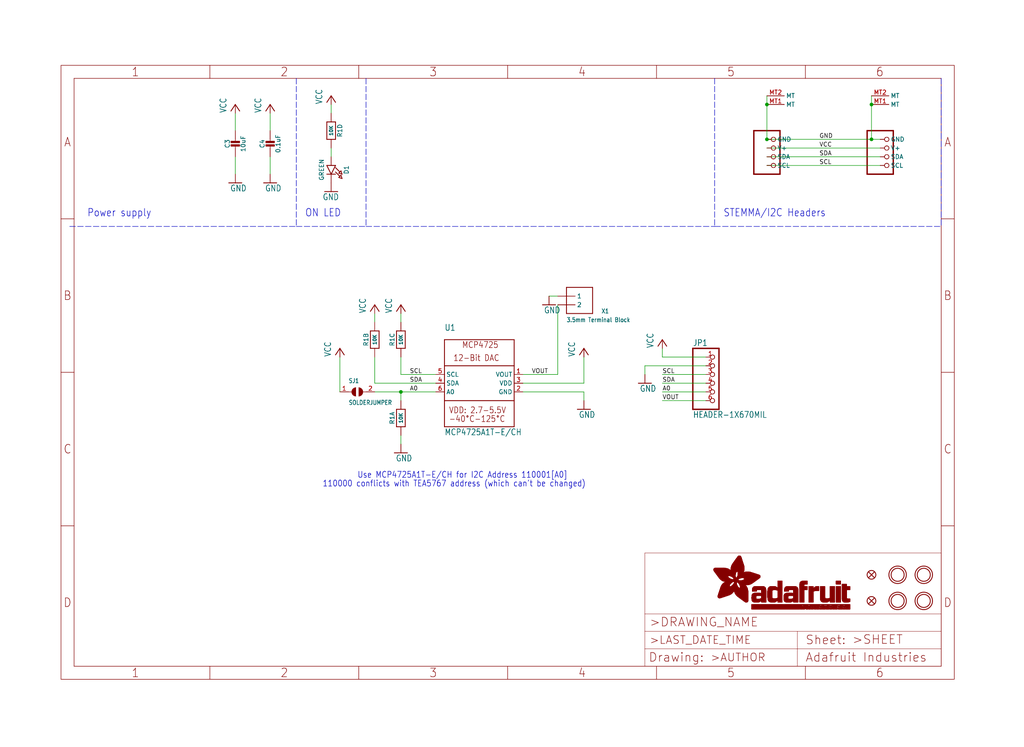
<source format=kicad_sch>
(kicad_sch (version 20211123) (generator eeschema)
  (paper "User" 298.45 217.881)
  (lib_symbols
    (symbol "schematicEagle-eagle-import:CAP_CERAMIC0603_NO"
      (property "Reference" "C" (at -2.29 1.25 90))
      (property "Value" "CAP_CERAMIC0603_NO" (at 2.3 1.25 90))
      (symbol "CAP_CERAMIC0603_NO_1_0"
        (pin passive line (at 0 5.08 270) (length 2.54) (name "1") (number "1"))
        (pin passive line (at 0 -2.54 90) (length 2.54) (name "2") (number "2"))
      )
    )
    (symbol "schematicEagle-eagle-import:CAP_CERAMIC0805-NOOUTLINE"
      (property "Reference" "C" (at -2.29 1.25 90))
      (property "Value" "CAP_CERAMIC0805-NOOUTLINE" (at 2.3 1.25 90))
      (symbol "CAP_CERAMIC0805-NOOUTLINE_1_0"
        (pin passive line (at 0 5.08 270) (length 2.54) (name "1") (number "1"))
        (pin passive line (at 0 -2.54 90) (length 2.54) (name "2") (number "2"))
      )
    )
    (symbol "schematicEagle-eagle-import:DAC_MCP4725"
      (property "Reference" "U" (at -10.16 15.24 0))
      (property "Value" "DAC_MCP4725" (at -10.16 -15.24 0))
      (symbol "DAC_MCP4725_1_0"
        (text "-40°C-125°C" (at -8.89 -11.43 0) (effects (font (size 1.778 1.5113)) (justify left bottom)))
        (text "12-Bit DAC" (at -7.62 6.35 0) (effects (font (size 1.778 1.5113)) (justify left bottom)))
        (text "MCP4725" (at -5.08 10.16 0) (effects (font (size 1.778 1.5113)) (justify left bottom)))
        (text "VDD: 2.7-5.5V" (at -8.89 -8.89 0) (effects (font (size 1.778 1.5113)) (justify left bottom)))
        (pin output line (at 12.7 2.54 180) (length 2.54) (name "VOUT") (number "1"))
        (pin power_in line (at 12.7 -2.54 180) (length 2.54) (name "GND") (number "2"))
        (pin power_in line (at 12.7 0 180) (length 2.54) (name "VDD") (number "3"))
        (pin bidirectional line (at -12.7 0 0) (length 2.54) (name "SDA") (number "4"))
        (pin bidirectional line (at -12.7 2.54 0) (length 2.54) (name "SCL") (number "5"))
        (pin input line (at -12.7 -2.54 0) (length 2.54) (name "A0") (number "6"))
      )
    )
    (symbol "schematicEagle-eagle-import:FIDUCIAL_1MM")
    (symbol "schematicEagle-eagle-import:FRAME_A4_ADAFRUIT"
      (symbol "FRAME_A4_ADAFRUIT_0_0"
        (text "1" (at 21.6958 1.905 0) (effects (font (size 2.54 2.286))))
        (text "1" (at 21.6958 177.165 0) (effects (font (size 2.54 2.286))))
        (text "2" (at 65.0875 1.905 0) (effects (font (size 2.54 2.286))))
        (text "2" (at 65.0875 177.165 0) (effects (font (size 2.54 2.286))))
        (text "3" (at 108.4792 1.905 0) (effects (font (size 2.54 2.286))))
        (text "3" (at 108.4792 177.165 0) (effects (font (size 2.54 2.286))))
        (text "4" (at 151.8708 1.905 0) (effects (font (size 2.54 2.286))))
        (text "4" (at 151.8708 177.165 0) (effects (font (size 2.54 2.286))))
        (text "5" (at 195.2625 1.905 0) (effects (font (size 2.54 2.286))))
        (text "5" (at 195.2625 177.165 0) (effects (font (size 2.54 2.286))))
        (text "6" (at 238.6542 1.905 0) (effects (font (size 2.54 2.286))))
        (text "6" (at 238.6542 177.165 0) (effects (font (size 2.54 2.286))))
        (text "A" (at 1.905 156.6863 0) (effects (font (size 2.54 2.286))))
        (text "A" (at 258.445 156.6863 0) (effects (font (size 2.54 2.286))))
        (text "B" (at 1.905 111.9188 0) (effects (font (size 2.54 2.286))))
        (text "B" (at 258.445 111.9188 0) (effects (font (size 2.54 2.286))))
        (text "C" (at 1.905 67.1513 0) (effects (font (size 2.54 2.286))))
        (text "C" (at 258.445 67.1513 0) (effects (font (size 2.54 2.286))))
        (text "D" (at 1.905 22.3838 0) (effects (font (size 2.54 2.286))))
        (text "D" (at 258.445 22.3838 0) (effects (font (size 2.54 2.286))))
      )
      (symbol "FRAME_A4_ADAFRUIT_1_0"
        (text ">AUTHOR" (at 189.23 5.08 0) (effects (font (size 2.286 2.286)) (justify left bottom)))
        (text ">DRAWING_NAME" (at 171.45 15.24 0) (effects (font (size 2.54 2.54)) (justify left bottom)))
        (text ">LAST_DATE_TIME" (at 171.45 10.16 0) (effects (font (size 2.286 2.286)) (justify left bottom)))
        (text ">SHEET" (at 230.505 10.16 0) (effects (font (size 2.54 2.54)) (justify left bottom)))
        (text "Adafruit Industries" (at 216.916 4.953 0) (effects (font (size 2.54 2.54)) (justify left bottom)))
        (text "Drawing:" (at 171.196 4.953 0) (effects (font (size 2.54 2.54)) (justify left bottom)))
        (text "Sheet:" (at 216.916 10.033 0) (effects (font (size 2.54 2.54)) (justify left bottom)))
      )
    )
    (symbol "schematicEagle-eagle-import:GND" (power)
      (property "Value" "GND" (at -2.54 -2.54 0))
      (symbol "GND_1_0"
        (pin power_in line (at 0 2.54 270) (length 2.54) (name "GND") (number "1"))
      )
    )
    (symbol "schematicEagle-eagle-import:HEADER-1X670MIL"
      (property "Reference" "JP" (at -6.35 10.795 0))
      (property "Value" "HEADER-1X670MIL" (at -6.35 -10.16 0))
      (symbol "HEADER-1X670MIL_1_0"
        (pin passive inverted (at -2.54 7.62 0) (length 2.54) (name "1") (number "1"))
        (pin passive inverted (at -2.54 5.08 0) (length 2.54) (name "2") (number "2"))
        (pin passive inverted (at -2.54 2.54 0) (length 2.54) (name "3") (number "3"))
        (pin passive inverted (at -2.54 0 0) (length 2.54) (name "4") (number "4"))
        (pin passive inverted (at -2.54 -2.54 0) (length 2.54) (name "5") (number "5"))
        (pin passive inverted (at -2.54 -5.08 0) (length 2.54) (name "6") (number "6"))
      )
    )
    (symbol "schematicEagle-eagle-import:LED0603_NOOUTLINE"
      (property "Reference" "D" (at -1.27 4.445 0))
      (property "Value" "LED0603_NOOUTLINE" (at -1.27 -2.794 0))
      (symbol "LED0603_NOOUTLINE_1_0"
        (pin passive line (at -5.08 0 0) (length 2.54) (name "A") (number "A"))
        (pin passive line (at 2.54 0 180) (length 2.54) (name "C") (number "C"))
      )
    )
    (symbol "schematicEagle-eagle-import:MOUNTINGHOLE2.5")
    (symbol "schematicEagle-eagle-import:RESISTOR_4PACK"
      (property "Reference" "R" (at 0 2.54 0))
      (property "Value" "RESISTOR_4PACK" (at 0 0 0))
      (symbol "RESISTOR_4PACK_1_0"
        (pin passive line (at -5.08 0 0) (length 2.54) (name "1") (number "1"))
        (pin passive line (at 5.08 0 180) (length 2.54) (name "2") (number "8"))
      )
      (symbol "RESISTOR_4PACK_2_0"
        (pin passive line (at -5.08 0 0) (length 2.54) (name "1") (number "2"))
        (pin passive line (at 5.08 0 180) (length 2.54) (name "2") (number "7"))
      )
      (symbol "RESISTOR_4PACK_3_0"
        (pin passive line (at -5.08 0 0) (length 2.54) (name "1") (number "3"))
        (pin passive line (at 5.08 0 180) (length 2.54) (name "2") (number "6"))
      )
      (symbol "RESISTOR_4PACK_4_0"
        (pin passive line (at -5.08 0 0) (length 2.54) (name "1") (number "4"))
        (pin passive line (at 5.08 0 180) (length 2.54) (name "2") (number "5"))
      )
    )
    (symbol "schematicEagle-eagle-import:SOLDERJUMPER"
      (property "Reference" "SJ" (at -2.54 2.54 0))
      (property "Value" "SOLDERJUMPER" (at -2.54 -3.81 0))
      (symbol "SOLDERJUMPER_1_0"
        (pin passive line (at -5.08 0 0) (length 2.54) (name "1") (number "1"))
        (pin passive line (at 5.08 0 180) (length 2.54) (name "2") (number "2"))
      )
    )
    (symbol "schematicEagle-eagle-import:STEMMA_I2C_QT"
      (symbol "STEMMA_I2C_QT_1_0"
        (pin passive inverted (at 0 5.08 0) (length 2.54) (name "GND") (number "1"))
        (pin passive inverted (at 0 2.54 0) (length 2.54) (name "V+") (number "2"))
        (pin passive inverted (at 0 0 0) (length 2.54) (name "SDA") (number "3"))
        (pin passive inverted (at 0 -2.54 0) (length 2.54) (name "SCL") (number "4"))
      )
      (symbol "STEMMA_I2C_QT_2_0"
        (pin bidirectional line (at 0 0 0) (length 5.08) (name "MT") (number "MT1"))
      )
      (symbol "STEMMA_I2C_QT_3_0"
        (pin bidirectional line (at 0 0 0) (length 5.08) (name "MT") (number "MT2"))
      )
    )
    (symbol "schematicEagle-eagle-import:TERMBLOCK_1X2_3.5MM"
      (property "Reference" "X" (at -2.54 7.62 0))
      (property "Value" "TERMBLOCK_1X2_3.5MM" (at -2.54 -5.08 0))
      (symbol "TERMBLOCK_1X2_3.5MM_1_0"
        (pin passive line (at -5.08 2.54 0) (length 5.08) (name "1") (number "1"))
        (pin passive line (at -5.08 0 0) (length 5.08) (name "2") (number "2"))
      )
    )
    (symbol "schematicEagle-eagle-import:VCC" (power)
      (property "Value" "VCC" (at -2.54 -2.54 90))
      (symbol "VCC_1_0"
        (pin power_in line (at 0 -2.54 90) (length 2.54) (name "VCC") (number "1"))
      )
    )
  )
  (junction (at 254 40.64))
  (junction (at 116.84 114.3))
  (junction (at 223.52 40.64))
  (junction (at 223.52 30.48))
  (junction (at 254 30.48))
  (wire (pts (xy 223.52 43.18) (xy 256.54 43.18)))
  (polyline (pts (xy 208.28 22.86) (xy 208.28 66.04)))
  (wire (pts (xy 152.4 114.3) (xy 170.18 114.3)))
  (wire (pts (xy 205.74 114.3) (xy 193.04 114.3)))
  (wire (pts (xy 205.74 116.84) (xy 193.04 116.84)))
  (wire (pts (xy 109.22 114.3) (xy 116.84 114.3)))
  (polyline (pts (xy 208.28 66.04) (xy 274.32 66.04)))
  (wire (pts (xy 170.18 111.76) (xy 170.18 104.14)))
  (wire (pts (xy 162.56 86.36) (xy 160.02 86.36)))
  (wire (pts (xy 254 30.48) (xy 254 40.64)))
  (wire (pts (xy 96.52 45.72) (xy 96.52 43.18)))
  (wire (pts (xy 68.58 33.02) (xy 68.58 38.1)))
  (wire (pts (xy 256.54 45.72) (xy 223.52 45.72)))
  (wire (pts (xy 223.52 27.94) (xy 223.52 30.48)))
  (wire (pts (xy 68.58 45.72) (xy 68.58 50.8)))
  (wire (pts (xy 256.54 40.64) (xy 254 40.64)))
  (wire (pts (xy 162.56 109.22) (xy 162.56 88.9)))
  (polyline (pts (xy 86.36 22.86) (xy 86.36 66.04)))
  (wire (pts (xy 99.06 114.3) (xy 99.06 104.14)))
  (wire (pts (xy 127 111.76) (xy 109.22 111.76)))
  (wire (pts (xy 116.84 114.3) (xy 116.84 116.84)))
  (polyline (pts (xy 106.68 22.86) (xy 106.68 66.04)))
  (wire (pts (xy 254 27.94) (xy 254 30.48)))
  (wire (pts (xy 116.84 109.22) (xy 116.84 104.14)))
  (wire (pts (xy 205.74 104.14) (xy 193.04 104.14)))
  (wire (pts (xy 116.84 93.98) (xy 116.84 91.44)))
  (wire (pts (xy 205.74 106.68) (xy 187.96 106.68)))
  (polyline (pts (xy 86.36 66.04) (xy 106.68 66.04)))
  (wire (pts (xy 205.74 109.22) (xy 193.04 109.22)))
  (wire (pts (xy 127 109.22) (xy 116.84 109.22)))
  (wire (pts (xy 223.52 30.48) (xy 223.52 40.64)))
  (wire (pts (xy 78.74 45.72) (xy 78.74 50.8)))
  (wire (pts (xy 187.96 106.68) (xy 187.96 109.22)))
  (wire (pts (xy 109.22 111.76) (xy 109.22 104.14)))
  (wire (pts (xy 223.52 48.26) (xy 256.54 48.26)))
  (wire (pts (xy 116.84 127) (xy 116.84 129.54)))
  (polyline (pts (xy 106.68 66.04) (xy 208.28 66.04)))
  (wire (pts (xy 254 40.64) (xy 223.52 40.64)))
  (wire (pts (xy 152.4 111.76) (xy 170.18 111.76)))
  (polyline (pts (xy 274.32 22.86) (xy 274.32 66.04)))
  (wire (pts (xy 78.74 33.02) (xy 78.74 38.1)))
  (wire (pts (xy 193.04 104.14) (xy 193.04 101.6)))
  (wire (pts (xy 96.52 30.48) (xy 96.52 33.02)))
  (wire (pts (xy 116.84 114.3) (xy 127 114.3)))
  (wire (pts (xy 170.18 114.3) (xy 170.18 116.84)))
  (wire (pts (xy 152.4 109.22) (xy 162.56 109.22)))
  (polyline (pts (xy 20.32 66.04) (xy 86.36 66.04)))
  (wire (pts (xy 205.74 111.76) (xy 193.04 111.76)))
  (wire (pts (xy 109.22 93.98) (xy 109.22 91.44)))
  (text "Power supply" (at 25.4 63.5 180) (effects (font (size 2.1844 1.8567)) (justify left bottom)))
  (text "Use MCP4725A1T-E/CH for I2C Address 110001[A0]" (at 104.14 139.7 180) (effects (font (size 1.778 1.5113)) (justify left bottom)))
  (text "STEMMA/I2C Headers" (at 210.82 63.5 180) (effects (font (size 2.1844 1.8567)) (justify left bottom)))
  (text "110000 conflicts with TEA5767 address (which can't be changed)" (at 93.98 142.24 0) (effects (font (size 1.778 1.5113)) (justify left bottom)))
  (text "ON LED" (at 88.9 63.5 180) (effects (font (size 2.1844 1.8567)) (justify left bottom)))
  (label "SCL" (at 119.38 109.22 0) (effects (font (size 1.2446 1.2446))))
  (label "GND" (at 238.76 40.64 0) (effects (font (size 1.2446 1.2446))))
  (label "SCL" (at 238.76 48.26 0) (effects (font (size 1.2446 1.2446))))
  (label "A0" (at 119.38 114.3 0) (effects (font (size 1.2446 1.2446))))
  (label "VCC" (at 238.76 43.18 0) (effects (font (size 1.2446 1.2446))))
  (label "A0" (at 193.04 114.3 0) (effects (font (size 1.2446 1.2446))))
  (label "SDA" (at 193.04 111.76 0) (effects (font (size 1.2446 1.2446))))
  (label "VOUT" (at 193.04 116.84 0) (effects (font (size 1.2446 1.2446))))
  (label "SCL" (at 193.04 109.22 0) (effects (font (size 1.2446 1.2446))))
  (label "SDA" (at 238.76 45.72 0) (effects (font (size 1.2446 1.2446))))
  (label "SDA" (at 119.38 111.76 0) (effects (font (size 1.2446 1.2446))))
  (label "VOUT" (at 154.94 109.22 0) (effects (font (size 1.2446 1.2446))))
  (symbol (lib_id "schematicEagle-eagle-import:GND") (at 116.84 132.08 0) (unit 1)
    (property "Reference" "#U$6" (effects hide))
    (property "Value" "GND" (at 115.316 134.62 0) (effects (font (size 1.778 1.5113)) (justify left bottom)))
    (property "Footprint" "schematicEagle:" (effects hide))
  )
  (symbol (lib_id "schematicEagle-eagle-import:MOUNTINGHOLE2.5") (at 261.62 175.26 0) (unit 1)
    (property "Reference" "U$20" (effects hide))
    (property "Value" "MOUNTINGHOLE2.5" (effects hide))
    (property "Footprint" "schematicEagle:MOUNTINGHOLE_2.5_PLATED" (effects hide))
  )
  (symbol (lib_id "schematicEagle-eagle-import:MOUNTINGHOLE2.5") (at 261.62 167.64 0) (unit 1)
    (property "Reference" "U$21" (effects hide))
    (property "Value" "MOUNTINGHOLE2.5" (effects hide))
    (property "Footprint" "schematicEagle:MOUNTINGHOLE_2.5_PLATED" (effects hide))
  )
  (symbol (lib_id "schematicEagle-eagle-import:FRAME_A4_ADAFRUIT") (at 17.78 198.12 0) (unit 1)
    (property "Reference" "#U$22" (effects hide))
    (property "Value" "FRAME_A4_ADAFRUIT" (effects hide))
    (property "Footprint" "schematicEagle:" (effects hide))
  )
  (symbol (lib_id "schematicEagle-eagle-import:VCC") (at 99.06 101.6 0) (unit 1)
    (property "Reference" "#P+8" (effects hide))
    (property "Value" "VCC" (at 96.52 104.14 90) (effects (font (size 1.778 1.5113)) (justify left bottom)))
    (property "Footprint" "schematicEagle:" (effects hide))
  )
  (symbol (lib_id "schematicEagle-eagle-import:HEADER-1X670MIL") (at 208.28 111.76 0) (unit 1)
    (property "Reference" "JP1" (at 201.93 100.965 0) (effects (font (size 1.778 1.5113)) (justify left bottom)))
    (property "Value" "HEADER-1X670MIL" (at 201.93 121.92 0) (effects (font (size 1.778 1.5113)) (justify left bottom)))
    (property "Footprint" "schematicEagle:1X06_ROUND_70" (effects hide))
  )
  (symbol (lib_id "schematicEagle-eagle-import:VCC") (at 68.58 30.48 0) (unit 1)
    (property "Reference" "#P+1" (effects hide))
    (property "Value" "VCC" (at 66.04 33.02 90) (effects (font (size 1.778 1.5113)) (justify left bottom)))
    (property "Footprint" "schematicEagle:" (effects hide))
  )
  (symbol (lib_id "schematicEagle-eagle-import:GND") (at 96.52 55.88 0) (unit 1)
    (property "Reference" "#GND6" (effects hide))
    (property "Value" "GND" (at 93.98 58.42 0) (effects (font (size 1.778 1.5113)) (justify left bottom)))
    (property "Footprint" "schematicEagle:" (effects hide))
  )
  (symbol (lib_id "schematicEagle-eagle-import:TERMBLOCK_1X2_3.5MM") (at 167.64 88.9 0) (unit 1)
    (property "Reference" "X1" (at 175.26 91.44 0) (effects (font (size 1.27 1.0795)) (justify left bottom)))
    (property "Value" "3.5mm Terminal Block" (at 165.1 93.98 0) (effects (font (size 1.27 1.0795)) (justify left bottom)))
    (property "Footprint" "schematicEagle:TERMBLOCK_1X2-3.5MM" (effects hide))
  )
  (symbol (lib_id "schematicEagle-eagle-import:STEMMA_I2C_QT") (at 223.52 45.72 0) (unit 1)
    (property "Reference" "CONN3" (effects hide))
    (property "Value" "STEMMA_I2C_QT" (effects hide))
    (property "Footprint" "schematicEagle:JST_SH4" (effects hide))
  )
  (symbol (lib_id "schematicEagle-eagle-import:GND") (at 78.74 53.34 0) (unit 1)
    (property "Reference" "#U$14" (effects hide))
    (property "Value" "GND" (at 77.216 55.88 0) (effects (font (size 1.778 1.5113)) (justify left bottom)))
    (property "Footprint" "schematicEagle:" (effects hide))
  )
  (symbol (lib_id "schematicEagle-eagle-import:GND") (at 68.58 53.34 0) (unit 1)
    (property "Reference" "#U$12" (effects hide))
    (property "Value" "GND" (at 67.056 55.88 0) (effects (font (size 1.778 1.5113)) (justify left bottom)))
    (property "Footprint" "schematicEagle:" (effects hide))
  )
  (symbol (lib_id "schematicEagle-eagle-import:RESISTOR_4PACK") (at 96.52 38.1 270) (unit 4)
    (property "Reference" "R1" (at 99.06 38.1 0))
    (property "Value" "10K" (at 96.52 38.1 0) (effects (font (size 1.016 1.016) bold)))
    (property "Footprint" "schematicEagle:RESPACK_4X0603" (effects hide))
  )
  (symbol (lib_id "schematicEagle-eagle-import:STEMMA_I2C_QT") (at 223.52 30.48 0) (unit 2)
    (property "Reference" "CONN3" (effects hide))
    (property "Value" "STEMMA_I2C_QT" (effects hide))
    (property "Footprint" "schematicEagle:JST_SH4" (effects hide))
  )
  (symbol (lib_id "schematicEagle-eagle-import:RESISTOR_4PACK") (at 109.22 99.06 90) (unit 2)
    (property "Reference" "R1" (at 106.68 99.06 0))
    (property "Value" "10K" (at 109.22 99.06 0) (effects (font (size 1.016 1.016) bold)))
    (property "Footprint" "schematicEagle:RESPACK_4X0603" (effects hide))
  )
  (symbol (lib_id "schematicEagle-eagle-import:SOLDERJUMPER") (at 104.14 114.3 0) (unit 1)
    (property "Reference" "SJ1" (at 101.6 111.76 0) (effects (font (size 1.27 1.0795)) (justify left bottom)))
    (property "Value" "SOLDERJUMPER" (at 101.6 118.11 0) (effects (font (size 1.27 1.0795)) (justify left bottom)))
    (property "Footprint" "schematicEagle:SOLDERJUMPER_ARROW_NOPASTE" (effects hide))
  )
  (symbol (lib_id "schematicEagle-eagle-import:VCC") (at 170.18 101.6 0) (unit 1)
    (property "Reference" "#P+4" (effects hide))
    (property "Value" "VCC" (at 167.64 104.14 90) (effects (font (size 1.778 1.5113)) (justify left bottom)))
    (property "Footprint" "schematicEagle:" (effects hide))
  )
  (symbol (lib_id "schematicEagle-eagle-import:STEMMA_I2C_QT") (at 223.52 27.94 0) (unit 3)
    (property "Reference" "CONN3" (effects hide))
    (property "Value" "STEMMA_I2C_QT" (effects hide))
    (property "Footprint" "schematicEagle:JST_SH4" (effects hide))
  )
  (symbol (lib_id "schematicEagle-eagle-import:CAP_CERAMIC0805-NOOUTLINE") (at 68.58 43.18 0) (unit 1)
    (property "Reference" "C3" (at 66.29 41.93 90))
    (property "Value" "10uF" (at 70.88 41.93 90))
    (property "Footprint" "schematicEagle:0805-NO" (effects hide))
  )
  (symbol (lib_id "schematicEagle-eagle-import:RESISTOR_4PACK") (at 116.84 99.06 90) (unit 3)
    (property "Reference" "R1" (at 114.3 99.06 0))
    (property "Value" "10K" (at 116.84 99.06 0) (effects (font (size 1.016 1.016) bold)))
    (property "Footprint" "schematicEagle:RESPACK_4X0603" (effects hide))
  )
  (symbol (lib_id "schematicEagle-eagle-import:MOUNTINGHOLE2.5") (at 269.24 167.64 0) (unit 1)
    (property "Reference" "U$25" (effects hide))
    (property "Value" "MOUNTINGHOLE2.5" (effects hide))
    (property "Footprint" "schematicEagle:MOUNTINGHOLE_2.5_PLATED" (effects hide))
  )
  (symbol (lib_id "schematicEagle-eagle-import:GND") (at 160.02 88.9 0) (unit 1)
    (property "Reference" "#U$1" (effects hide))
    (property "Value" "GND" (at 158.496 91.44 0) (effects (font (size 1.778 1.5113)) (justify left bottom)))
    (property "Footprint" "schematicEagle:" (effects hide))
  )
  (symbol (lib_id "schematicEagle-eagle-import:CAP_CERAMIC0603_NO") (at 78.74 43.18 0) (unit 1)
    (property "Reference" "C4" (at 76.45 41.93 90))
    (property "Value" "0.1uF" (at 81.04 41.93 90))
    (property "Footprint" "schematicEagle:0603-NO" (effects hide))
  )
  (symbol (lib_id "schematicEagle-eagle-import:MOUNTINGHOLE2.5") (at 269.24 175.26 0) (unit 1)
    (property "Reference" "U$27" (effects hide))
    (property "Value" "MOUNTINGHOLE2.5" (effects hide))
    (property "Footprint" "schematicEagle:MOUNTINGHOLE_2.5_PLATED" (effects hide))
  )
  (symbol (lib_id "schematicEagle-eagle-import:STEMMA_I2C_QT") (at 254 30.48 0) (unit 2)
    (property "Reference" "CONN4" (effects hide))
    (property "Value" "STEMMA_I2C_QT" (effects hide))
    (property "Footprint" "schematicEagle:JST_SH4" (effects hide))
  )
  (symbol (lib_id "schematicEagle-eagle-import:FIDUCIAL_1MM") (at 254 167.64 0) (unit 1)
    (property "Reference" "FID4" (effects hide))
    (property "Value" "FIDUCIAL_1MM" (effects hide))
    (property "Footprint" "schematicEagle:FIDUCIAL_1MM" (effects hide))
  )
  (symbol (lib_id "schematicEagle-eagle-import:GND") (at 170.18 119.38 0) (unit 1)
    (property "Reference" "#U$3" (effects hide))
    (property "Value" "GND" (at 168.656 121.92 0) (effects (font (size 1.778 1.5113)) (justify left bottom)))
    (property "Footprint" "schematicEagle:" (effects hide))
  )
  (symbol (lib_id "schematicEagle-eagle-import:STEMMA_I2C_QT") (at 254 27.94 0) (unit 3)
    (property "Reference" "CONN4" (effects hide))
    (property "Value" "STEMMA_I2C_QT" (effects hide))
    (property "Footprint" "schematicEagle:JST_SH4" (effects hide))
  )
  (symbol (lib_id "schematicEagle-eagle-import:LED0603_NOOUTLINE") (at 96.52 50.8 270) (unit 1)
    (property "Reference" "D1" (at 100.965 49.53 0))
    (property "Value" "GREEN" (at 93.726 49.53 0))
    (property "Footprint" "schematicEagle:CHIPLED_0603_NOOUTLINE" (effects hide))
  )
  (symbol (lib_id "schematicEagle-eagle-import:VCC") (at 109.22 88.9 0) (unit 1)
    (property "Reference" "#P+6" (effects hide))
    (property "Value" "VCC" (at 106.68 91.44 90) (effects (font (size 1.778 1.5113)) (justify left bottom)))
    (property "Footprint" "schematicEagle:" (effects hide))
  )
  (symbol (lib_id "schematicEagle-eagle-import:VCC") (at 116.84 88.9 0) (unit 1)
    (property "Reference" "#P+7" (effects hide))
    (property "Value" "VCC" (at 114.3 91.44 90) (effects (font (size 1.778 1.5113)) (justify left bottom)))
    (property "Footprint" "schematicEagle:" (effects hide))
  )
  (symbol (lib_id "schematicEagle-eagle-import:VCC") (at 193.04 99.06 0) (unit 1)
    (property "Reference" "#P+5" (effects hide))
    (property "Value" "VCC" (at 190.5 101.6 90) (effects (font (size 1.778 1.5113)) (justify left bottom)))
    (property "Footprint" "schematicEagle:" (effects hide))
  )
  (symbol (lib_id "schematicEagle-eagle-import:VCC") (at 96.52 27.94 0) (unit 1)
    (property "Reference" "#P+3" (effects hide))
    (property "Value" "VCC" (at 93.98 30.48 90) (effects (font (size 1.778 1.5113)) (justify left bottom)))
    (property "Footprint" "schematicEagle:" (effects hide))
  )
  (symbol (lib_id "schematicEagle-eagle-import:RESISTOR_4PACK") (at 116.84 121.92 90) (unit 1)
    (property "Reference" "R1" (at 114.3 121.92 0))
    (property "Value" "10K" (at 116.84 121.92 0) (effects (font (size 1.016 1.016) bold)))
    (property "Footprint" "schematicEagle:RESPACK_4X0603" (effects hide))
  )
  (symbol (lib_id "schematicEagle-eagle-import:DAC_MCP4725") (at 139.7 111.76 0) (unit 1)
    (property "Reference" "U1" (at 129.54 96.52 0) (effects (font (size 1.778 1.5113)) (justify left bottom)))
    (property "Value" "MCP4725A1T-E/CH" (at 129.54 127 0) (effects (font (size 1.778 1.5113)) (justify left bottom)))
    (property "Footprint" "schematicEagle:SOT23-6" (effects hide))
  )
  (symbol (lib_id "schematicEagle-eagle-import:VCC") (at 78.74 30.48 0) (unit 1)
    (property "Reference" "#P+2" (effects hide))
    (property "Value" "VCC" (at 76.2 33.02 90) (effects (font (size 1.778 1.5113)) (justify left bottom)))
    (property "Footprint" "schematicEagle:" (effects hide))
  )
  (symbol (lib_id "schematicEagle-eagle-import:GND") (at 187.96 111.76 0) (unit 1)
    (property "Reference" "#U$10" (effects hide))
    (property "Value" "GND" (at 186.436 114.3 0) (effects (font (size 1.778 1.5113)) (justify left bottom)))
    (property "Footprint" "schematicEagle:" (effects hide))
  )
  (symbol (lib_id "schematicEagle-eagle-import:STEMMA_I2C_QT") (at 256.54 45.72 0) (unit 1)
    (property "Reference" "CONN4" (effects hide))
    (property "Value" "STEMMA_I2C_QT" (effects hide))
    (property "Footprint" "schematicEagle:JST_SH4" (effects hide))
  )
  (symbol (lib_id "schematicEagle-eagle-import:FIDUCIAL_1MM") (at 254 175.26 0) (unit 1)
    (property "Reference" "FID3" (effects hide))
    (property "Value" "FIDUCIAL_1MM" (effects hide))
    (property "Footprint" "schematicEagle:FIDUCIAL_1MM" (effects hide))
  )
)
</source>
